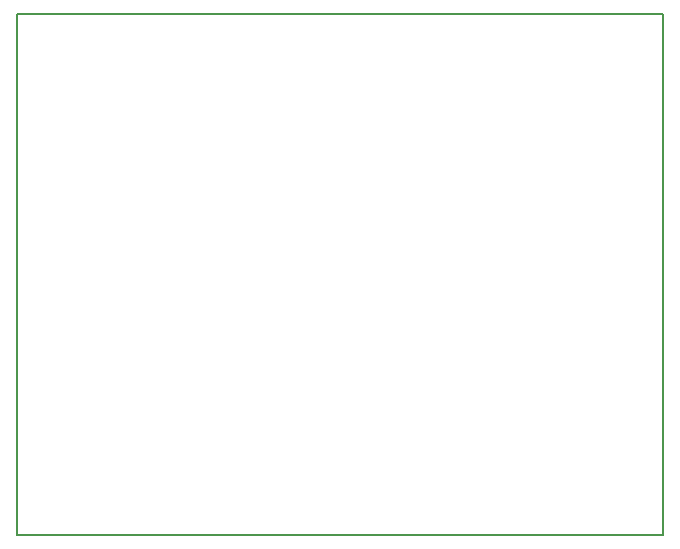
<source format=gm1>
G04 MADE WITH FRITZING*
G04 WWW.FRITZING.ORG*
G04 DOUBLE SIDED*
G04 HOLES PLATED*
G04 CONTOUR ON CENTER OF CONTOUR VECTOR*
%ASAXBY*%
%FSLAX23Y23*%
%MOIN*%
%OFA0B0*%
%SFA1.0B1.0*%
%ADD10R,2.160000X1.744240*%
%ADD11C,0.008000*%
%ADD10C,0.008*%
%LNCONTOUR*%
G90*
G70*
G54D10*
G54D11*
X4Y1740D02*
X2156Y1740D01*
X2156Y4D01*
X4Y4D01*
X4Y1740D01*
D02*
G04 End of contour*
M02*
</source>
